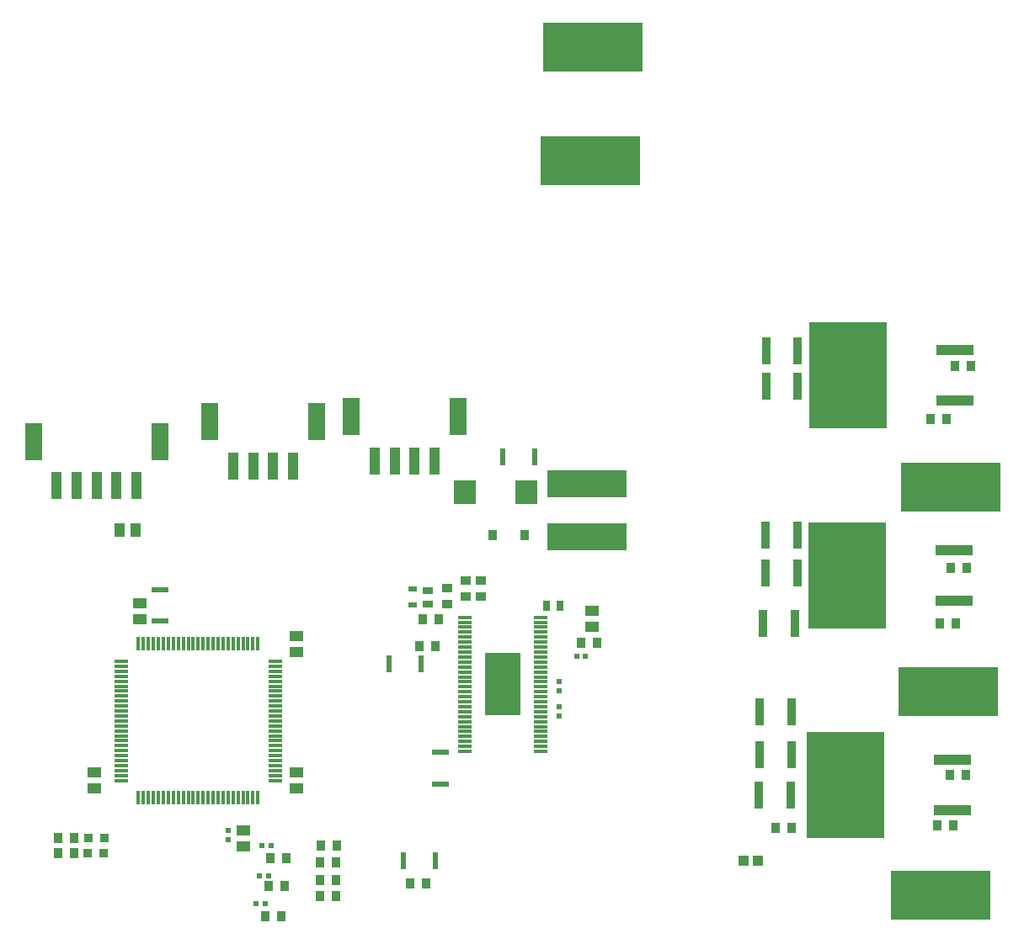
<source format=gbr>
G04 #@! TF.GenerationSoftware,KiCad,Pcbnew,5.1.4-e60b266~84~ubuntu19.04.1*
G04 #@! TF.CreationDate,2019-10-16T08:44:26-04:00*
G04 #@! TF.ProjectId,DSC_motor_controller,4453435f-6d6f-4746-9f72-5f636f6e7472,1*
G04 #@! TF.SameCoordinates,Original*
G04 #@! TF.FileFunction,Paste,Top*
G04 #@! TF.FilePolarity,Positive*
%FSLAX46Y46*%
G04 Gerber Fmt 4.6, Leading zero omitted, Abs format (unit mm)*
G04 Created by KiCad (PCBNEW 5.1.4-e60b266~84~ubuntu19.04.1) date 2019-10-16 08:44:26*
%MOMM*%
%LPD*%
G04 APERTURE LIST*
%ADD10R,3.800000X1.050000*%
%ADD11R,7.900000X10.750000*%
%ADD12R,1.000000X2.700000*%
%ADD13R,1.800000X3.800000*%
%ADD14R,0.810000X2.820000*%
%ADD15R,0.620000X1.820000*%
%ADD16R,1.100000X1.470000*%
%ADD17R,1.470000X1.100000*%
%ADD18R,10.000000X5.000000*%
%ADD19R,0.900000X1.000000*%
%ADD20R,0.600000X0.620000*%
%ADD21R,0.620000X0.600000*%
%ADD22R,0.980000X0.780000*%
%ADD23R,0.780000X0.980000*%
%ADD24R,0.940000X0.540000*%
%ADD25R,1.820000X0.620000*%
%ADD26R,2.300000X2.450000*%
%ADD27R,1.000000X0.900000*%
%ADD28R,8.000000X2.700000*%
%ADD29R,0.920000X1.080000*%
%ADD30R,1.000000X1.000000*%
%ADD31R,0.300000X1.475000*%
%ADD32R,1.475000X0.300000*%
%ADD33R,3.610000X6.350000*%
%ADD34R,0.900000X0.950000*%
G04 APERTURE END LIST*
D10*
X179822000Y-99120000D03*
X179822000Y-94040000D03*
D11*
X169072000Y-96580000D03*
D12*
X121615000Y-84996000D03*
X123615000Y-84996000D03*
X125615000Y-84996000D03*
X127615000Y-84996000D03*
D13*
X119265000Y-80546000D03*
X129965000Y-80546000D03*
D14*
X160861000Y-96326000D03*
X164061000Y-96326000D03*
D15*
X123015000Y-105470000D03*
X126215000Y-105470000D03*
D16*
X95913000Y-92008000D03*
X97533000Y-92008000D03*
D17*
X143411000Y-101756000D03*
X143411000Y-100136000D03*
X93373000Y-116392000D03*
X93373000Y-118012000D03*
X97945000Y-99326000D03*
X97945000Y-100946000D03*
X113693000Y-104248000D03*
X113693000Y-102628000D03*
X113693000Y-116392000D03*
X113693000Y-118012000D03*
X108359000Y-123806000D03*
X108359000Y-122186000D03*
D11*
X168938000Y-117598500D03*
D10*
X179688000Y-115058500D03*
X179688000Y-120138500D03*
D11*
X169199000Y-76387000D03*
D10*
X179949000Y-73847000D03*
X179949000Y-78927000D03*
D18*
X143275000Y-54775000D03*
D19*
X179911000Y-75498000D03*
X181511000Y-75498000D03*
X117757000Y-123758000D03*
X116157000Y-123758000D03*
D18*
X179479000Y-87690000D03*
D14*
X160277000Y-110296000D03*
X163477000Y-110296000D03*
X160607000Y-101406000D03*
X163807000Y-101406000D03*
X160226000Y-118614500D03*
X163426000Y-118614500D03*
X160277000Y-114550500D03*
X163477000Y-114550500D03*
X160861000Y-92516000D03*
X164061000Y-92516000D03*
X164137000Y-77530000D03*
X160937000Y-77530000D03*
X164137000Y-73974000D03*
X160937000Y-73974000D03*
D20*
X142807000Y-104708000D03*
X141887000Y-104708000D03*
D21*
X140109000Y-108168000D03*
X140109000Y-107248000D03*
X140109000Y-110708000D03*
X140109000Y-109788000D03*
D22*
X126901000Y-98039000D03*
X126901000Y-99439000D03*
D23*
X138839000Y-99628000D03*
X140239000Y-99628000D03*
D24*
X125440500Y-97939000D03*
X125440500Y-99539000D03*
D15*
X134445000Y-84642000D03*
X137645000Y-84642000D03*
D25*
X128171000Y-117560000D03*
X128171000Y-114360000D03*
D26*
X130659000Y-88198000D03*
X136859000Y-88198000D03*
D19*
X117731500Y-127187000D03*
X116131500Y-127187000D03*
X126444000Y-100961500D03*
X128044000Y-100961500D03*
D27*
X132235000Y-97088000D03*
X132235000Y-98688000D03*
X130711000Y-98688000D03*
X130711000Y-97088000D03*
D19*
X142319000Y-103311000D03*
X143919000Y-103311000D03*
X127701000Y-103692000D03*
X126101000Y-103692000D03*
X117668000Y-125409000D03*
X116068000Y-125409000D03*
D27*
X128869500Y-99412000D03*
X128869500Y-97812000D03*
D19*
X179479000Y-95818000D03*
X181079000Y-95818000D03*
X179441000Y-116646000D03*
X181041000Y-116646000D03*
X163515000Y-121980000D03*
X161915000Y-121980000D03*
X117731500Y-128838000D03*
X116131500Y-128838000D03*
D28*
X142903000Y-87326000D03*
X142903000Y-92626000D03*
D29*
X133429000Y-92516000D03*
X136629000Y-92516000D03*
D21*
X106835000Y-123154000D03*
X106835000Y-122234000D03*
D20*
X110233000Y-123758000D03*
X111153000Y-123758000D03*
X109994500Y-126755200D03*
X110914500Y-126755200D03*
X109677000Y-129600000D03*
X110597000Y-129600000D03*
D12*
X89627000Y-87530000D03*
X91627000Y-87530000D03*
X93627000Y-87530000D03*
X95627000Y-87530000D03*
X97627000Y-87530000D03*
D13*
X87277000Y-83080000D03*
X99977000Y-83080000D03*
D30*
X158651000Y-125282000D03*
X160151000Y-125282000D03*
D19*
X125148500Y-127504500D03*
X126748500Y-127504500D03*
X111077000Y-125028000D03*
X112677000Y-125028000D03*
X110924500Y-127822000D03*
X112524500Y-127822000D03*
X110569000Y-130870000D03*
X112169000Y-130870000D03*
X178133000Y-121726000D03*
X179733000Y-121726000D03*
X180025000Y-101406000D03*
X178425000Y-101406000D03*
X179047000Y-80832000D03*
X177447000Y-80832000D03*
X91341000Y-124459108D03*
X89741000Y-124459108D03*
X91341000Y-122996000D03*
X89741000Y-122996000D03*
D18*
X143525000Y-43350000D03*
X178526500Y-128711000D03*
X179225000Y-108264000D03*
D31*
X97850500Y-118923000D03*
X98350500Y-118923000D03*
X98850500Y-118923000D03*
X99350500Y-118923000D03*
X99850500Y-118923000D03*
X100350500Y-118923000D03*
X100850500Y-118923000D03*
X101350500Y-118923000D03*
X101850500Y-118923000D03*
X102350500Y-118923000D03*
X102850500Y-118923000D03*
X103350500Y-118923000D03*
X103850500Y-118923000D03*
X104350500Y-118923000D03*
X104850500Y-118923000D03*
X105350500Y-118923000D03*
X105850500Y-118923000D03*
X106350500Y-118923000D03*
X106850500Y-118923000D03*
X107350500Y-118923000D03*
X107850500Y-118923000D03*
X108350500Y-118923000D03*
X108850500Y-118923000D03*
X109350500Y-118923000D03*
X109850500Y-118923000D03*
D32*
X111588500Y-117185000D03*
X111588500Y-116685000D03*
X111588500Y-116185000D03*
X111588500Y-115685000D03*
X111588500Y-115185000D03*
X111588500Y-114685000D03*
X111588500Y-114185000D03*
X111588500Y-113685000D03*
X111588500Y-113185000D03*
X111588500Y-112685000D03*
X111588500Y-112185000D03*
X111588500Y-111685000D03*
X111588500Y-111185000D03*
X111588500Y-110685000D03*
X111588500Y-110185000D03*
X111588500Y-109685000D03*
X111588500Y-109185000D03*
X111588500Y-108685000D03*
X111588500Y-108185000D03*
X111588500Y-107685000D03*
X111588500Y-107185000D03*
X111588500Y-106685000D03*
X111588500Y-106185000D03*
X111588500Y-105685000D03*
X111588500Y-105185000D03*
D31*
X109850500Y-103447000D03*
X109350500Y-103447000D03*
X108850500Y-103447000D03*
X108350500Y-103447000D03*
X107850500Y-103447000D03*
X107350500Y-103447000D03*
X106850500Y-103447000D03*
X106350500Y-103447000D03*
X105850500Y-103447000D03*
X105350500Y-103447000D03*
X104850500Y-103447000D03*
X104350500Y-103447000D03*
X103850500Y-103447000D03*
X103350500Y-103447000D03*
X102850500Y-103447000D03*
X102350500Y-103447000D03*
X101850500Y-103447000D03*
X101350500Y-103447000D03*
X100850500Y-103447000D03*
X100350500Y-103447000D03*
X99850500Y-103447000D03*
X99350500Y-103447000D03*
X98850500Y-103447000D03*
X98350500Y-103447000D03*
X97850500Y-103447000D03*
D32*
X96112500Y-105185000D03*
X96112500Y-105685000D03*
X96112500Y-106185000D03*
X96112500Y-106685000D03*
X96112500Y-107185000D03*
X96112500Y-107685000D03*
X96112500Y-108185000D03*
X96112500Y-108685000D03*
X96112500Y-109185000D03*
X96112500Y-109685000D03*
X96112500Y-110185000D03*
X96112500Y-110685000D03*
X96112500Y-111185000D03*
X96112500Y-111685000D03*
X96112500Y-112185000D03*
X96112500Y-112685000D03*
X96112500Y-113185000D03*
X96112500Y-113685000D03*
X96112500Y-114185000D03*
X96112500Y-114685000D03*
X96112500Y-115185000D03*
X96112500Y-115685000D03*
X96112500Y-116185000D03*
X96112500Y-116685000D03*
X96112500Y-117185000D03*
X130689327Y-100752000D03*
X130689327Y-101252000D03*
X130689327Y-101752000D03*
X130689327Y-102252000D03*
X130689327Y-102752000D03*
X130689327Y-103252000D03*
X130689327Y-103752000D03*
X130689327Y-104252000D03*
X130689327Y-104752000D03*
X130689327Y-105252000D03*
X130689327Y-105752000D03*
X130689327Y-106252000D03*
X130689327Y-106752000D03*
X130689327Y-107252000D03*
X130689327Y-107752000D03*
X130689327Y-108252000D03*
X130689327Y-108752000D03*
X130689327Y-109252000D03*
X130689327Y-109752000D03*
X130689327Y-110252000D03*
X130689327Y-110752000D03*
X130689327Y-111252000D03*
X130689327Y-111752000D03*
X130689327Y-112252000D03*
X130689327Y-112752000D03*
X130689327Y-113252000D03*
X130689327Y-113752000D03*
X130689327Y-114252000D03*
X138265327Y-114252000D03*
X138265327Y-113752000D03*
X138265327Y-113252000D03*
X138265327Y-112752000D03*
X138265327Y-112252000D03*
X138265327Y-111752000D03*
X138265327Y-111252000D03*
X138265327Y-110752000D03*
X138265327Y-110252000D03*
X138265327Y-109752000D03*
X138265327Y-109252000D03*
X138265327Y-108752000D03*
X138265327Y-108252000D03*
X138265327Y-107752000D03*
X138265327Y-107252000D03*
X138265327Y-106752000D03*
X138265327Y-106252000D03*
X138265327Y-105752000D03*
X138265327Y-105252000D03*
X138265327Y-104752000D03*
X138265327Y-104252000D03*
X138265327Y-103752000D03*
X138265327Y-103252000D03*
X138265327Y-102752000D03*
X138265327Y-102252000D03*
X138265327Y-101752000D03*
X138265327Y-101252000D03*
X138265327Y-100752000D03*
D33*
X134477327Y-107502000D03*
D34*
X94348497Y-124459108D03*
X92748497Y-124459108D03*
X94389000Y-122996000D03*
X92789000Y-122996000D03*
D25*
X99977000Y-97952000D03*
X99977000Y-101152000D03*
D15*
X124475500Y-125218500D03*
X127675500Y-125218500D03*
D12*
X107391000Y-85504000D03*
X109391000Y-85504000D03*
X111391000Y-85504000D03*
X113391000Y-85504000D03*
D13*
X105041000Y-81054000D03*
X115741000Y-81054000D03*
M02*

</source>
